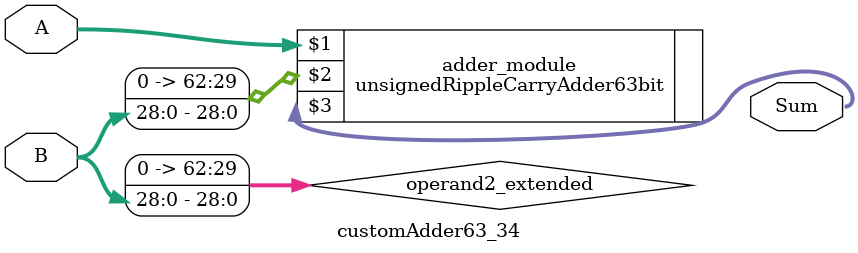
<source format=v>
module customAdder63_34(
                        input [62 : 0] A,
                        input [28 : 0] B,
                        
                        output [63 : 0] Sum
                );

        wire [62 : 0] operand2_extended;
        
        assign operand2_extended =  {34'b0, B};
        
        unsignedRippleCarryAdder63bit adder_module(
            A,
            operand2_extended,
            Sum
        );
        
        endmodule
        
</source>
